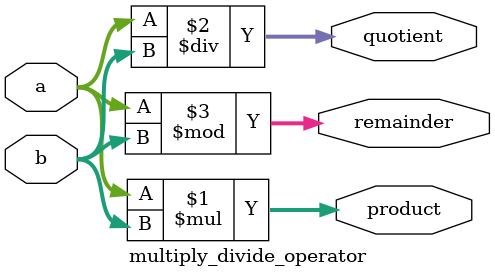
<source format=sv>
module multiply_divide_operator (
    input [7:0] a,
    input [7:0] b,
    output [15:0] product,
    output [7:0] quotient,
    output [7:0] remainder
);
    assign product = a * b;  // 乘法
    assign quotient = a / b; // 除法
    assign remainder = a % b; // 余数
endmodule

</source>
